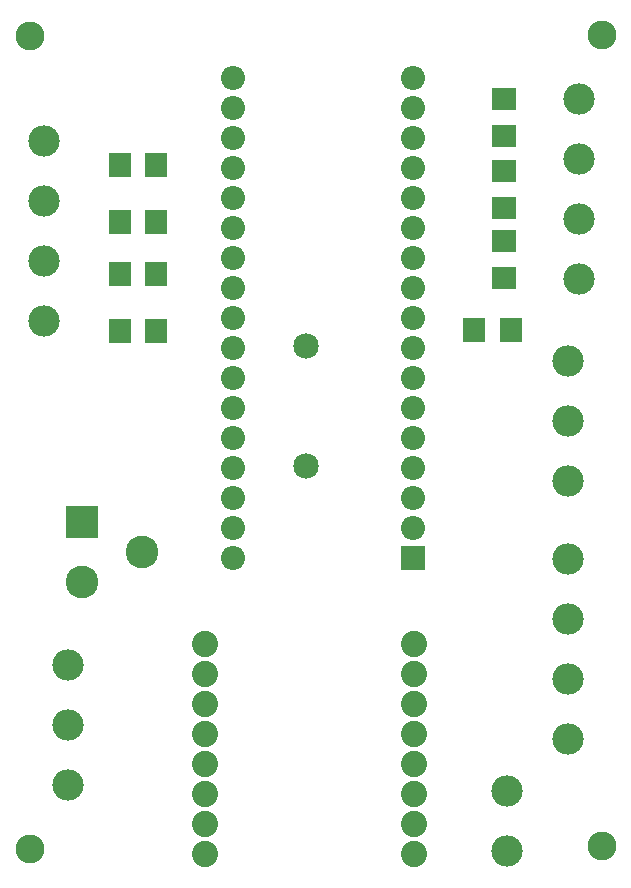
<source format=gts>
G04 MADE WITH FRITZING*
G04 WWW.FRITZING.ORG*
G04 DOUBLE SIDED*
G04 HOLES PLATED*
G04 CONTOUR ON CENTER OF CONTOUR VECTOR*
%ASAXBY*%
%FSLAX23Y23*%
%MOIN*%
%OFA0B0*%
%SFA1.0B1.0*%
%ADD10C,0.104488*%
%ADD11C,0.085000*%
%ADD12C,0.096614*%
%ADD13C,0.087701*%
%ADD14C,0.080555*%
%ADD15C,0.080583*%
%ADD16C,0.109000*%
%ADD17R,0.080570X0.080542*%
%ADD18R,0.109000X0.109000*%
%ADD19R,0.072992X0.084803*%
%ADD20R,0.084803X0.072992*%
%LNMASK1*%
G90*
G70*
G54D10*
X239Y714D03*
X239Y514D03*
X239Y314D03*
G54D11*
X1030Y1776D03*
X1030Y1376D03*
G54D12*
X2018Y108D03*
X2018Y2813D03*
X110Y2810D03*
X110Y101D03*
G54D13*
X694Y784D03*
X694Y684D03*
X694Y584D03*
X694Y484D03*
X694Y384D03*
X694Y284D03*
X694Y184D03*
X694Y84D03*
X1393Y784D03*
X1393Y684D03*
X1393Y584D03*
X1393Y484D03*
X1393Y384D03*
X1393Y284D03*
X1393Y184D03*
X1393Y84D03*
G54D14*
X1387Y1070D03*
X1387Y1170D03*
X1387Y1270D03*
X1387Y1370D03*
X1387Y1470D03*
X1387Y1570D03*
X1387Y1670D03*
X1387Y1770D03*
X1387Y1870D03*
G54D15*
X1387Y1970D03*
X1387Y2070D03*
X1387Y2170D03*
G54D14*
X1387Y2270D03*
X1387Y2370D03*
G54D15*
X1387Y2470D03*
X1387Y2570D03*
X1387Y2670D03*
G54D14*
X787Y1070D03*
X787Y1170D03*
X787Y1270D03*
X787Y1370D03*
X787Y1470D03*
X787Y1570D03*
X787Y1870D03*
G54D15*
X787Y1970D03*
G54D14*
X787Y1770D03*
X787Y1670D03*
G54D15*
X787Y2070D03*
X787Y2170D03*
G54D14*
X787Y2270D03*
X787Y2370D03*
G54D15*
X787Y2470D03*
X787Y2570D03*
X787Y2670D03*
G54D16*
X285Y989D03*
X285Y1189D03*
X485Y1089D03*
G54D10*
X157Y1859D03*
X157Y2059D03*
X157Y2259D03*
X157Y2459D03*
X1942Y2601D03*
X1942Y2401D03*
X1942Y2201D03*
X1942Y2001D03*
X1703Y294D03*
X1703Y94D03*
X1906Y1066D03*
X1906Y866D03*
X1906Y666D03*
X1906Y466D03*
X1906Y1726D03*
X1906Y1526D03*
X1906Y1326D03*
G54D17*
X1387Y1070D03*
G54D18*
X285Y1189D03*
G54D19*
X411Y2380D03*
X533Y2380D03*
X411Y1825D03*
X533Y1825D03*
X411Y2190D03*
X533Y2190D03*
G54D20*
X1691Y2477D03*
X1691Y2599D03*
X1691Y2237D03*
X1691Y2359D03*
X1691Y2003D03*
X1691Y2125D03*
G54D19*
X1592Y1828D03*
X1714Y1828D03*
X411Y2015D03*
X533Y2015D03*
G04 End of Mask1*
M02*
</source>
